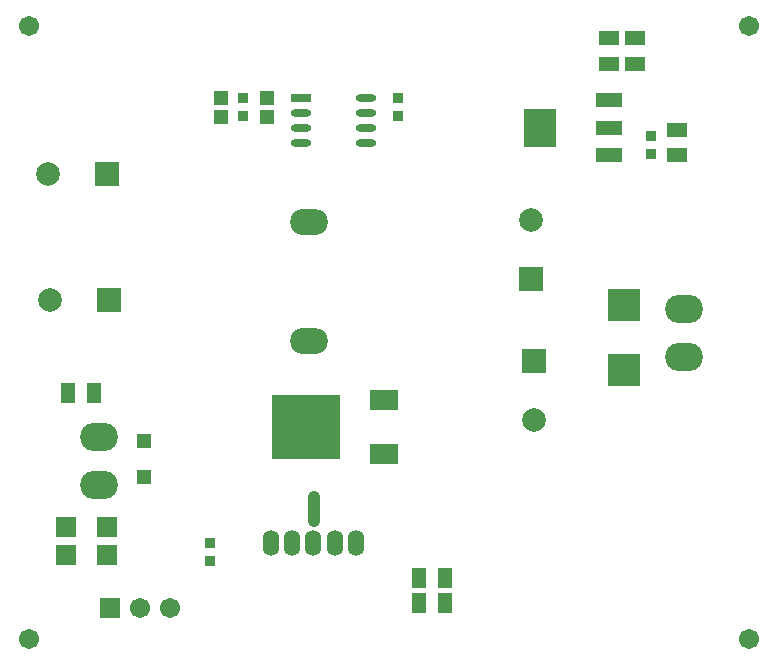
<source format=gts>
G04*
G04 #@! TF.GenerationSoftware,Altium Limited,Altium Designer,18.1.9 (240)*
G04*
G04 Layer_Color=8388736*
%FSLAX25Y25*%
%MOIN*%
G70*
G01*
G75*
%ADD30C,0.03937*%
%ADD31R,0.04737X0.04737*%
%ADD32R,0.06784X0.07099*%
%ADD33R,0.10642X0.10642*%
%ADD34R,0.22800X0.21300*%
%ADD35R,0.09600X0.06800*%
%ADD36R,0.03800X0.03800*%
%ADD37R,0.10642X0.12611*%
%ADD38R,0.08674X0.04737*%
%ADD39R,0.06706X0.04800*%
%ADD40R,0.04737X0.04540*%
%ADD41R,0.04800X0.06706*%
%ADD42R,0.06706X0.02769*%
%ADD43O,0.06706X0.02769*%
%ADD44C,0.06706*%
%ADD45R,0.06706X0.06706*%
%ADD46C,0.07887*%
%ADD47R,0.07887X0.07887*%
%ADD48O,0.12611X0.09461*%
%ADD49O,0.12611X0.08674*%
%ADD50R,0.07887X0.07887*%
%ADD51O,0.05524X0.08674*%
D30*
X106500Y50362D02*
Y58500D01*
D31*
X50000Y65095D02*
D03*
Y76906D02*
D03*
D32*
X37482Y39000D02*
D03*
X24018D02*
D03*
X37482Y48422D02*
D03*
X24018D02*
D03*
D33*
X210000Y122280D02*
D03*
Y100626D02*
D03*
D34*
X104100Y81800D02*
D03*
D35*
X130100Y90800D02*
D03*
Y72800D02*
D03*
D36*
X134541Y185504D02*
D03*
Y191504D02*
D03*
X72000Y43000D02*
D03*
Y37000D02*
D03*
X82959Y191496D02*
D03*
Y185496D02*
D03*
X218959Y178696D02*
D03*
Y172696D02*
D03*
D37*
X182000Y181500D02*
D03*
D38*
X205000D02*
D03*
Y172445D02*
D03*
Y190555D02*
D03*
D39*
Y211213D02*
D03*
Y202787D02*
D03*
X213500Y211213D02*
D03*
Y202787D02*
D03*
X227500Y180713D02*
D03*
Y172287D02*
D03*
D40*
X91000Y185000D02*
D03*
Y191299D02*
D03*
X75500D02*
D03*
Y185000D02*
D03*
D41*
X24787Y93000D02*
D03*
X33213D02*
D03*
X150213Y23000D02*
D03*
X141787D02*
D03*
X150213Y31500D02*
D03*
X141787D02*
D03*
D42*
X102347Y191500D02*
D03*
D43*
Y186500D02*
D03*
Y181500D02*
D03*
Y176500D02*
D03*
X123846Y191500D02*
D03*
Y186500D02*
D03*
Y181500D02*
D03*
Y176500D02*
D03*
D44*
X58500Y21500D02*
D03*
X48500D02*
D03*
X251658Y215500D02*
D03*
Y11000D02*
D03*
X11500D02*
D03*
Y215500D02*
D03*
D45*
X38658Y21500D02*
D03*
D46*
X180000Y84000D02*
D03*
X179000Y150685D02*
D03*
X18000Y166000D02*
D03*
X18500Y124000D02*
D03*
D47*
X180000Y103685D02*
D03*
X179000Y131000D02*
D03*
D48*
X35000Y78500D02*
D03*
Y62500D02*
D03*
X230000Y105000D02*
D03*
Y121000D02*
D03*
D49*
X105000Y150000D02*
D03*
Y110500D02*
D03*
D50*
X37685Y166000D02*
D03*
X38185Y124000D02*
D03*
D51*
X120587Y43000D02*
D03*
X113500D02*
D03*
X106413D02*
D03*
X99327D02*
D03*
X92240D02*
D03*
M02*

</source>
